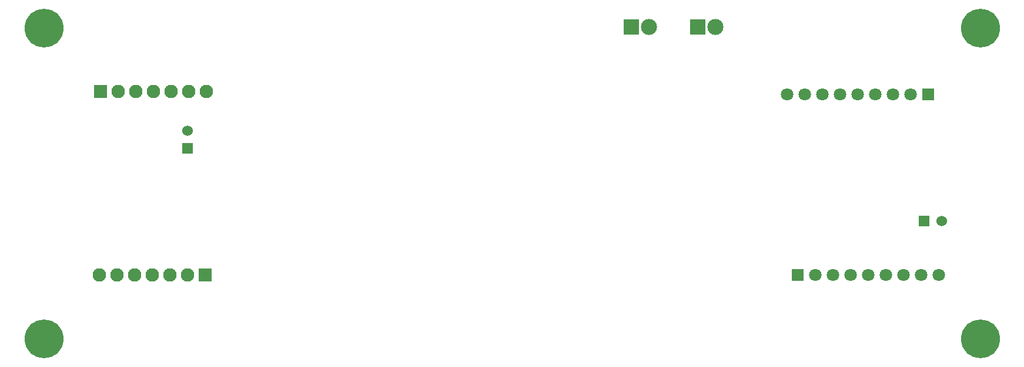
<source format=gbr>
%TF.GenerationSoftware,KiCad,Pcbnew,9.0.2*%
%TF.CreationDate,2025-07-25T00:40:22+02:00*%
%TF.ProjectId,BMS_13_VF,424d535f-3133-45f5-9646-2e6b69636164,rev?*%
%TF.SameCoordinates,Original*%
%TF.FileFunction,Soldermask,Bot*%
%TF.FilePolarity,Negative*%
%FSLAX46Y46*%
G04 Gerber Fmt 4.6, Leading zero omitted, Abs format (unit mm)*
G04 Created by KiCad (PCBNEW 9.0.2) date 2025-07-25 00:40:22*
%MOMM*%
%LPD*%
G01*
G04 APERTURE LIST*
%ADD10R,2.325000X2.325000*%
%ADD11C,2.325000*%
%ADD12C,5.600000*%
%ADD13R,1.800000X1.800000*%
%ADD14C,1.800000*%
%ADD15R,1.530000X1.530000*%
%ADD16C,1.530000*%
%ADD17R,1.950000X1.950000*%
%ADD18C,1.950000*%
G04 APERTURE END LIST*
D10*
%TO.C,J3*%
X163000000Y-68155000D03*
D11*
X165540000Y-68155000D03*
%TD*%
D12*
%TO.C,H4*%
X203700000Y-113200000D03*
%TD*%
D13*
%TO.C,J8*%
X196160000Y-77875000D03*
D14*
X193620000Y-77875000D03*
X191080000Y-77875000D03*
X188540000Y-77875000D03*
X186000000Y-77875000D03*
X183460000Y-77875000D03*
X180920000Y-77875000D03*
X178380000Y-77875000D03*
X175840000Y-77875000D03*
%TD*%
D15*
%TO.C,J5*%
X195600000Y-96200000D03*
D16*
X198140000Y-96200000D03*
%TD*%
D15*
%TO.C,J4*%
X89525000Y-85705000D03*
D16*
X89525000Y-83165000D03*
%TD*%
D12*
%TO.C,H3*%
X203700000Y-68300000D03*
%TD*%
%TO.C,H1*%
X68800000Y-68300000D03*
%TD*%
D17*
%TO.C,J6*%
X76930000Y-77500000D03*
D18*
X79470000Y-77500000D03*
X82010000Y-77500000D03*
X84550000Y-77500000D03*
X87090000Y-77500000D03*
X89630000Y-77500000D03*
X92170000Y-77500000D03*
%TD*%
D10*
%TO.C,J1*%
X153460000Y-68155000D03*
D11*
X156000000Y-68155000D03*
%TD*%
D13*
%TO.C,J7*%
X177340000Y-104000000D03*
D14*
X179880000Y-104000000D03*
X182420000Y-104000000D03*
X184960000Y-104000000D03*
X187500000Y-104000000D03*
X190040000Y-104000000D03*
X192580000Y-104000000D03*
X195120000Y-104000000D03*
X197660000Y-104000000D03*
%TD*%
D17*
%TO.C,J2*%
X92050000Y-104000000D03*
D18*
X89510000Y-104000000D03*
X86970000Y-104000000D03*
X84430000Y-104000000D03*
X81890000Y-104000000D03*
X79350000Y-104000000D03*
X76810000Y-104000000D03*
%TD*%
D12*
%TO.C,H2*%
X68800000Y-113200000D03*
%TD*%
M02*

</source>
